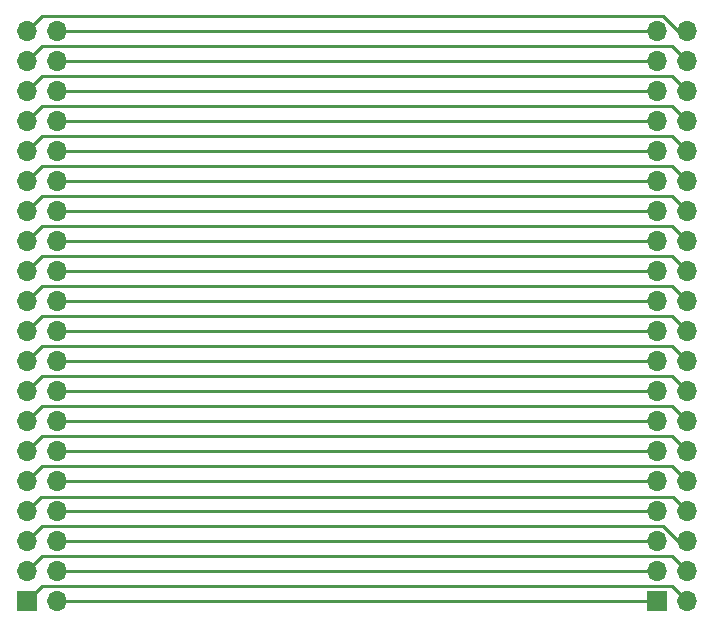
<source format=gbr>
%TF.GenerationSoftware,KiCad,Pcbnew,(5.1.10)-1*%
%TF.CreationDate,2022-02-03T10:32:43+01:00*%
%TF.ProjectId,IDE-Adapter,4944452d-4164-4617-9074-65722e6b6963,rev?*%
%TF.SameCoordinates,Original*%
%TF.FileFunction,Copper,L2,Bot*%
%TF.FilePolarity,Positive*%
%FSLAX46Y46*%
G04 Gerber Fmt 4.6, Leading zero omitted, Abs format (unit mm)*
G04 Created by KiCad (PCBNEW (5.1.10)-1) date 2022-02-03 10:32:43*
%MOMM*%
%LPD*%
G01*
G04 APERTURE LIST*
%TA.AperFunction,ComponentPad*%
%ADD10R,1.700000X1.700000*%
%TD*%
%TA.AperFunction,ComponentPad*%
%ADD11O,1.700000X1.700000*%
%TD*%
%TA.AperFunction,Conductor*%
%ADD12C,0.250000*%
%TD*%
G04 APERTURE END LIST*
D10*
%TO.P,J1,1*%
%TO.N,Net-(J1-Pad1)*%
X92710000Y-121920000D03*
D11*
%TO.P,J1,2*%
%TO.N,Net-(J1-Pad2)*%
X95250000Y-121920000D03*
%TO.P,J1,3*%
%TO.N,Net-(J1-Pad3)*%
X92710000Y-119380000D03*
%TO.P,J1,4*%
%TO.N,Net-(J1-Pad4)*%
X95250000Y-119380000D03*
%TO.P,J1,5*%
%TO.N,Net-(J1-Pad5)*%
X92710000Y-116840000D03*
%TO.P,J1,6*%
%TO.N,Net-(J1-Pad6)*%
X95250000Y-116840000D03*
%TO.P,J1,7*%
%TO.N,Net-(J1-Pad7)*%
X92710000Y-114300000D03*
%TO.P,J1,8*%
%TO.N,Net-(J1-Pad8)*%
X95250000Y-114300000D03*
%TO.P,J1,9*%
%TO.N,Net-(J1-Pad9)*%
X92710000Y-111760000D03*
%TO.P,J1,10*%
%TO.N,Net-(J1-Pad10)*%
X95250000Y-111760000D03*
%TO.P,J1,11*%
%TO.N,Net-(J1-Pad11)*%
X92710000Y-109220000D03*
%TO.P,J1,12*%
%TO.N,Net-(J1-Pad12)*%
X95250000Y-109220000D03*
%TO.P,J1,13*%
%TO.N,Net-(J1-Pad13)*%
X92710000Y-106680000D03*
%TO.P,J1,14*%
%TO.N,Net-(J1-Pad14)*%
X95250000Y-106680000D03*
%TO.P,J1,15*%
%TO.N,Net-(J1-Pad15)*%
X92710000Y-104140000D03*
%TO.P,J1,16*%
%TO.N,Net-(J1-Pad16)*%
X95250000Y-104140000D03*
%TO.P,J1,17*%
%TO.N,Net-(J1-Pad17)*%
X92710000Y-101600000D03*
%TO.P,J1,18*%
%TO.N,Net-(J1-Pad18)*%
X95250000Y-101600000D03*
%TO.P,J1,19*%
%TO.N,Net-(J1-Pad19)*%
X92710000Y-99060000D03*
%TO.P,J1,20*%
%TO.N,Net-(J1-Pad20)*%
X95250000Y-99060000D03*
%TO.P,J1,21*%
%TO.N,Net-(J1-Pad21)*%
X92710000Y-96520000D03*
%TO.P,J1,22*%
%TO.N,Net-(J1-Pad22)*%
X95250000Y-96520000D03*
%TO.P,J1,23*%
%TO.N,Net-(J1-Pad23)*%
X92710000Y-93980000D03*
%TO.P,J1,24*%
%TO.N,Net-(J1-Pad24)*%
X95250000Y-93980000D03*
%TO.P,J1,25*%
%TO.N,Net-(J1-Pad25)*%
X92710000Y-91440000D03*
%TO.P,J1,26*%
%TO.N,Net-(J1-Pad26)*%
X95250000Y-91440000D03*
%TO.P,J1,27*%
%TO.N,Net-(J1-Pad27)*%
X92710000Y-88900000D03*
%TO.P,J1,28*%
%TO.N,Net-(J1-Pad28)*%
X95250000Y-88900000D03*
%TO.P,J1,29*%
%TO.N,Net-(J1-Pad29)*%
X92710000Y-86360000D03*
%TO.P,J1,30*%
%TO.N,Net-(J1-Pad30)*%
X95250000Y-86360000D03*
%TO.P,J1,31*%
%TO.N,Net-(J1-Pad31)*%
X92710000Y-83820000D03*
%TO.P,J1,32*%
%TO.N,Net-(J1-Pad32)*%
X95250000Y-83820000D03*
%TO.P,J1,33*%
%TO.N,Net-(J1-Pad33)*%
X92710000Y-81280000D03*
%TO.P,J1,34*%
%TO.N,Net-(J1-Pad34)*%
X95250000Y-81280000D03*
%TO.P,J1,35*%
%TO.N,Net-(J1-Pad35)*%
X92710000Y-78740000D03*
%TO.P,J1,36*%
%TO.N,Net-(J1-Pad36)*%
X95250000Y-78740000D03*
%TO.P,J1,37*%
%TO.N,Net-(J1-Pad37)*%
X92710000Y-76200000D03*
%TO.P,J1,38*%
%TO.N,Net-(J1-Pad38)*%
X95250000Y-76200000D03*
%TO.P,J1,39*%
%TO.N,Net-(J1-Pad39)*%
X92710000Y-73660000D03*
%TO.P,J1,40*%
%TO.N,Net-(J1-Pad40)*%
X95250000Y-73660000D03*
%TD*%
D10*
%TO.P,J2,1*%
%TO.N,Net-(J1-Pad2)*%
X146050000Y-121920000D03*
D11*
%TO.P,J2,2*%
%TO.N,Net-(J1-Pad1)*%
X148590000Y-121920000D03*
%TO.P,J2,3*%
%TO.N,Net-(J1-Pad4)*%
X146050000Y-119380000D03*
%TO.P,J2,4*%
%TO.N,Net-(J1-Pad3)*%
X148590000Y-119380000D03*
%TO.P,J2,5*%
%TO.N,Net-(J1-Pad6)*%
X146050000Y-116840000D03*
%TO.P,J2,6*%
%TO.N,Net-(J1-Pad5)*%
X148590000Y-116840000D03*
%TO.P,J2,7*%
%TO.N,Net-(J1-Pad8)*%
X146050000Y-114300000D03*
%TO.P,J2,8*%
%TO.N,Net-(J1-Pad7)*%
X148590000Y-114300000D03*
%TO.P,J2,9*%
%TO.N,Net-(J1-Pad10)*%
X146050000Y-111760000D03*
%TO.P,J2,10*%
%TO.N,Net-(J1-Pad9)*%
X148590000Y-111760000D03*
%TO.P,J2,11*%
%TO.N,Net-(J1-Pad12)*%
X146050000Y-109220000D03*
%TO.P,J2,12*%
%TO.N,Net-(J1-Pad11)*%
X148590000Y-109220000D03*
%TO.P,J2,13*%
%TO.N,Net-(J1-Pad14)*%
X146050000Y-106680000D03*
%TO.P,J2,14*%
%TO.N,Net-(J1-Pad13)*%
X148590000Y-106680000D03*
%TO.P,J2,15*%
%TO.N,Net-(J1-Pad16)*%
X146050000Y-104140000D03*
%TO.P,J2,16*%
%TO.N,Net-(J1-Pad15)*%
X148590000Y-104140000D03*
%TO.P,J2,17*%
%TO.N,Net-(J1-Pad18)*%
X146050000Y-101600000D03*
%TO.P,J2,18*%
%TO.N,Net-(J1-Pad17)*%
X148590000Y-101600000D03*
%TO.P,J2,19*%
%TO.N,Net-(J1-Pad20)*%
X146050000Y-99060000D03*
%TO.P,J2,20*%
%TO.N,Net-(J1-Pad19)*%
X148590000Y-99060000D03*
%TO.P,J2,21*%
%TO.N,Net-(J1-Pad22)*%
X146050000Y-96520000D03*
%TO.P,J2,22*%
%TO.N,Net-(J1-Pad21)*%
X148590000Y-96520000D03*
%TO.P,J2,23*%
%TO.N,Net-(J1-Pad24)*%
X146050000Y-93980000D03*
%TO.P,J2,24*%
%TO.N,Net-(J1-Pad23)*%
X148590000Y-93980000D03*
%TO.P,J2,25*%
%TO.N,Net-(J1-Pad26)*%
X146050000Y-91440000D03*
%TO.P,J2,26*%
%TO.N,Net-(J1-Pad25)*%
X148590000Y-91440000D03*
%TO.P,J2,27*%
%TO.N,Net-(J1-Pad28)*%
X146050000Y-88900000D03*
%TO.P,J2,28*%
%TO.N,Net-(J1-Pad27)*%
X148590000Y-88900000D03*
%TO.P,J2,29*%
%TO.N,Net-(J1-Pad30)*%
X146050000Y-86360000D03*
%TO.P,J2,30*%
%TO.N,Net-(J1-Pad29)*%
X148590000Y-86360000D03*
%TO.P,J2,31*%
%TO.N,Net-(J1-Pad32)*%
X146050000Y-83820000D03*
%TO.P,J2,32*%
%TO.N,Net-(J1-Pad31)*%
X148590000Y-83820000D03*
%TO.P,J2,33*%
%TO.N,Net-(J1-Pad34)*%
X146050000Y-81280000D03*
%TO.P,J2,34*%
%TO.N,Net-(J1-Pad33)*%
X148590000Y-81280000D03*
%TO.P,J2,35*%
%TO.N,Net-(J1-Pad36)*%
X146050000Y-78740000D03*
%TO.P,J2,36*%
%TO.N,Net-(J1-Pad35)*%
X148590000Y-78740000D03*
%TO.P,J2,37*%
%TO.N,Net-(J1-Pad38)*%
X146050000Y-76200000D03*
%TO.P,J2,38*%
%TO.N,Net-(J1-Pad37)*%
X148590000Y-76200000D03*
%TO.P,J2,39*%
%TO.N,Net-(J1-Pad40)*%
X146050000Y-73660000D03*
%TO.P,J2,40*%
%TO.N,Net-(J1-Pad39)*%
X148590000Y-73660000D03*
%TD*%
D12*
%TO.N,Net-(J1-Pad1)*%
X148590000Y-121920000D02*
X147320000Y-120650000D01*
X93980000Y-120650000D02*
X92710000Y-121920000D01*
X147320000Y-120650000D02*
X93980000Y-120650000D01*
%TO.N,Net-(J1-Pad2)*%
X95250000Y-121920000D02*
X146050000Y-121920000D01*
%TO.N,Net-(J1-Pad3)*%
X92710000Y-119380000D02*
X93980000Y-118110000D01*
X147320000Y-118110000D02*
X148590000Y-119380000D01*
X93980000Y-118110000D02*
X147320000Y-118110000D01*
%TO.N,Net-(J1-Pad4)*%
X146050000Y-119380000D02*
X95250000Y-119380000D01*
%TO.N,Net-(J1-Pad5)*%
X92710000Y-116840000D02*
X93980000Y-115570000D01*
X146519002Y-115570000D02*
X147789002Y-116840000D01*
X147789002Y-116840000D02*
X148590000Y-116840000D01*
X93980000Y-115570000D02*
X146519002Y-115570000D01*
%TO.N,Net-(J1-Pad6)*%
X95250000Y-116840000D02*
X146050000Y-116840000D01*
%TO.N,Net-(J1-Pad7)*%
X147414999Y-113124999D02*
X148590000Y-114300000D01*
X93885001Y-113124999D02*
X147414999Y-113124999D01*
X92710000Y-114300000D02*
X93885001Y-113124999D01*
%TO.N,Net-(J1-Pad8)*%
X146050000Y-114300000D02*
X95250000Y-114300000D01*
%TO.N,Net-(J1-Pad9)*%
X93980000Y-110490000D02*
X92710000Y-111760000D01*
X147320000Y-110490000D02*
X93980000Y-110490000D01*
X148590000Y-111760000D02*
X147320000Y-110490000D01*
%TO.N,Net-(J1-Pad10)*%
X95250000Y-111760000D02*
X146050000Y-111760000D01*
%TO.N,Net-(J1-Pad11)*%
X92710000Y-109220000D02*
X93980000Y-107950000D01*
X93980000Y-107950000D02*
X147320000Y-107950000D01*
X147320000Y-107950000D02*
X148590000Y-109220000D01*
%TO.N,Net-(J1-Pad12)*%
X95250000Y-109220000D02*
X146050000Y-109220000D01*
%TO.N,Net-(J1-Pad13)*%
X148590000Y-106680000D02*
X147320000Y-105410000D01*
X147320000Y-105410000D02*
X93980000Y-105410000D01*
X93980000Y-105410000D02*
X92710000Y-106680000D01*
%TO.N,Net-(J1-Pad14)*%
X146050000Y-106680000D02*
X95250000Y-106680000D01*
%TO.N,Net-(J1-Pad15)*%
X92710000Y-104140000D02*
X93980000Y-102870000D01*
X93980000Y-102870000D02*
X147320000Y-102870000D01*
X147320000Y-102870000D02*
X148590000Y-104140000D01*
%TO.N,Net-(J1-Pad16)*%
X95250000Y-104140000D02*
X146050000Y-104140000D01*
%TO.N,Net-(J1-Pad17)*%
X92710000Y-101600000D02*
X93980000Y-100330000D01*
X93980000Y-100330000D02*
X147320000Y-100330000D01*
X147320000Y-100330000D02*
X148590000Y-101600000D01*
%TO.N,Net-(J1-Pad18)*%
X146050000Y-101600000D02*
X95250000Y-101600000D01*
%TO.N,Net-(J1-Pad19)*%
X92710000Y-99060000D02*
X93980000Y-97790000D01*
X93980000Y-97790000D02*
X147320000Y-97790000D01*
X147320000Y-97790000D02*
X148590000Y-99060000D01*
%TO.N,Net-(J1-Pad20)*%
X95250000Y-99060000D02*
X146050000Y-99060000D01*
%TO.N,Net-(J1-Pad21)*%
X92710000Y-96520000D02*
X93980000Y-95250000D01*
X93980000Y-95250000D02*
X147320000Y-95250000D01*
X147320000Y-95250000D02*
X148590000Y-96520000D01*
%TO.N,Net-(J1-Pad22)*%
X95250000Y-96520000D02*
X146050000Y-96520000D01*
%TO.N,Net-(J1-Pad23)*%
X92710000Y-93980000D02*
X93980000Y-92710000D01*
X147320000Y-92710000D02*
X148590000Y-93980000D01*
X93980000Y-92710000D02*
X147320000Y-92710000D01*
%TO.N,Net-(J1-Pad24)*%
X95250000Y-93980000D02*
X146050000Y-93980000D01*
%TO.N,Net-(J1-Pad25)*%
X92710000Y-91440000D02*
X93980000Y-90170000D01*
X147320000Y-90170000D02*
X148590000Y-91440000D01*
X93980000Y-90170000D02*
X147320000Y-90170000D01*
%TO.N,Net-(J1-Pad26)*%
X95250000Y-91440000D02*
X146050000Y-91440000D01*
%TO.N,Net-(J1-Pad27)*%
X93980000Y-87630000D02*
X92710000Y-88900000D01*
X147320000Y-87630000D02*
X93980000Y-87630000D01*
X148590000Y-88900000D02*
X147320000Y-87630000D01*
%TO.N,Net-(J1-Pad28)*%
X95250000Y-88900000D02*
X146050000Y-88900000D01*
%TO.N,Net-(J1-Pad29)*%
X92710000Y-86360000D02*
X93980000Y-85090000D01*
X93980000Y-85090000D02*
X147320000Y-85090000D01*
X147320000Y-85090000D02*
X148590000Y-86360000D01*
%TO.N,Net-(J1-Pad30)*%
X95250000Y-86360000D02*
X146050000Y-86360000D01*
%TO.N,Net-(J1-Pad31)*%
X92710000Y-83820000D02*
X93980000Y-82550000D01*
X93980000Y-82550000D02*
X147320000Y-82550000D01*
X147320000Y-82550000D02*
X148590000Y-83820000D01*
%TO.N,Net-(J1-Pad32)*%
X95250000Y-83820000D02*
X146050000Y-83820000D01*
%TO.N,Net-(J1-Pad33)*%
X92710000Y-81280000D02*
X93980000Y-80010000D01*
X93980000Y-80010000D02*
X147320000Y-80010000D01*
X147320000Y-80010000D02*
X148590000Y-81280000D01*
%TO.N,Net-(J1-Pad34)*%
X95250000Y-81280000D02*
X146050000Y-81280000D01*
%TO.N,Net-(J1-Pad35)*%
X93980000Y-77470000D02*
X92710000Y-78740000D01*
X147320000Y-77470000D02*
X93980000Y-77470000D01*
X148590000Y-78740000D02*
X147320000Y-77470000D01*
%TO.N,Net-(J1-Pad36)*%
X95250000Y-78740000D02*
X146050000Y-78740000D01*
%TO.N,Net-(J1-Pad37)*%
X92710000Y-76200000D02*
X93980000Y-74930000D01*
X147320000Y-74930000D02*
X148590000Y-76200000D01*
X93980000Y-74930000D02*
X147320000Y-74930000D01*
%TO.N,Net-(J1-Pad38)*%
X146050000Y-76200000D02*
X95250000Y-76200000D01*
%TO.N,Net-(J1-Pad39)*%
X92710000Y-73660000D02*
X93980000Y-72390000D01*
X147789002Y-73660000D02*
X148590000Y-73660000D01*
X146519002Y-72390000D02*
X147789002Y-73660000D01*
X93980000Y-72390000D02*
X146519002Y-72390000D01*
%TO.N,Net-(J1-Pad40)*%
X95250000Y-73660000D02*
X146050000Y-73660000D01*
%TD*%
M02*

</source>
